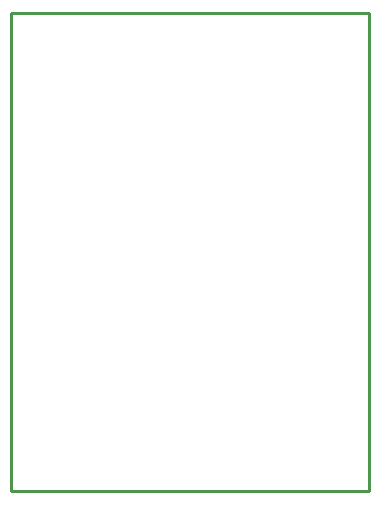
<source format=gko>
G04 Layer: BoardOutline*
G04 EasyEDA v6.1.51, Thu, 20 Jun 2019 09:31:38 GMT*
G04 df1c83a976b947f6b6385059747db8e2,42ef34e960d344ed9089ed07ec49d284,10*
G04 Gerber Generator version 0.2*
G04 Scale: 100 percent, Rotated: No, Reflected: No *
G04 Dimensions in millimeters *
G04 leading zeros omitted , absolute positions ,3 integer and 3 decimal *
%FSLAX33Y33*%
%MOMM*%
G90*
G71D02*

%ADD10C,0.254000*%
G54D10*
G01X0Y40513D02*
G01X30353Y40513D01*
G01X30353Y0D01*
G01X0Y0D01*
G01X0Y40513D01*

%LPD*%
M00*
M02*

</source>
